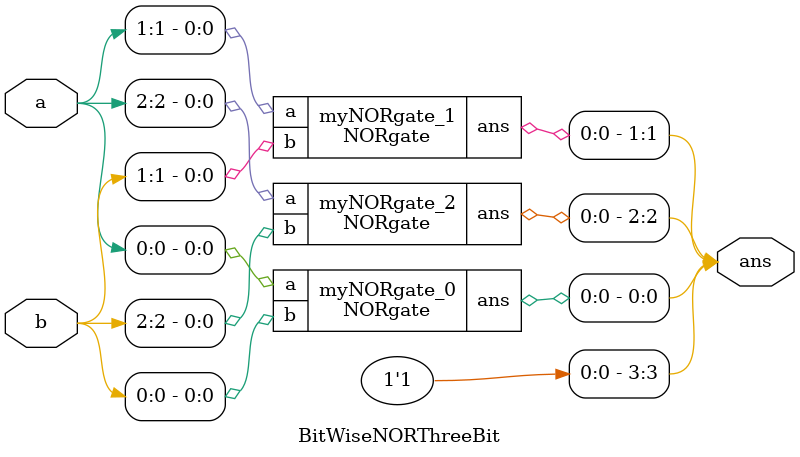
<source format=v>


// Top level stimulus module
// This module can be directly used in your design
module testbed;

	reg [2:0] A,B;
	reg load1,load2,run;
	wire [3:0] C; 
	reg [3:0] op_code;

	//A and B are the two 3-bit inputs coming from switches
	//C is the 3-bit output that comes from the accumulator once run is set to high
	//load1 is the load signal for operand 1 register
	//load2 is the load signal for operand 2 register
	//op_code selects the operator
		// op_code=4'b0000 - Addition
		// op_code=4'b0001 - Bitwise XOR
		// op_code=4'b0010 - Multiplication
		// op_code=4'b0011 - Shift Left
		// op_code=4'b0100 - Shift Right
		// op_code=4'b0101 - Bitwise AND
		// op_code=4'b0110 - Bitwise OR
		// op_code=4'b0111 - Bitwise NAND
		// op_code=4'b1000 - Bitwise NOR
		// op_code=4'b1001 - One bit shift left
		// op_code=4'b1010 - One bit shift right

	//you don't have to model switches or the LEDs in Verilog

	// Instatiation of the ALU module
	ALU mu_alu(C,A,B,load1,load2,op_code,run);

	initial
	begin

		//generate files needed to plot the waveform
		//you can plot the waveform generated after running the simulator by using gtkwave
		$dumpfile("wavedata.vcd");
	    $dumpvars(0,testbed);

		//You should simulate the ALU for the given inputs
		// Input 1: A=5, B=2
		// Input 2: A=2, B=5
		//You should add another test case of your own as well
		//Out of the given op_codes and $display statements, you should select only those
		//corresponging to your implementation and erase others
	
		//A = 5 and B = 2
		A=7'd5; B=3'd7; 
		

		#5 load1=1'b1;
		#5 load1=1'b0;
		#5 load2=1'b1;
		#5 load2=1'b0;



		#5 op_code=4'b0000;
		#5 run=1'b1;
		#5 run=1'b0;
		#500 $display("%d + %d = %d",A,B,C);
		#5 op_code=4'b0001;
		#5 run=1'b1;
		#5 run=1'b0;
		#500 $display("%b ^ %b = %b",A,B,C);
		#5 op_code=4'b0011; 
		#5 run=1'b1;
		#5 run=1'b0;
		#500 $display("%b << 2 = %b",A,C);
		#5 op_code=4'b0100; 
		#5 run=1'b1;
		#5 run=1'b0;
		#500 $display("%b >> 2 = %b",A,C);
		#5 op_code=4'b0101;
		#5 run=1'b1;
		#5 run=1'b0;
		#500 $display("%b & %b = %b",A,B,C);
		#5 op_code=4'b0110;
		#5 run=1'b1;
		#5 run=1'b0;
		#500 $display("%b | %b = %b",A,B,C);
		#5 op_code=4'b0111;
		#5 run=1'b1;
		#5 run=1'b0;
		#500 $display("%b ~& %b = %b",A,B,C);
		#5 op_code=4'b1000; 
		#5 run=1'b1;
		#5 run=1'b0;
		#500 $display("%b ~| %b = %b",A,B,C);
		#5 op_code=4'b1001; 
		#5 run=1'b1;
		#5 run=1'b0;
		#500 $display("%b << 1 = %b",A,C);
		#5 op_code=4'b1010; 
		#5 run=1'b1;
		#5 run=1'b0;
		#5000  $display("%b >> 1 = %b\n",A,C);
		
		//A = 2 and B = 5
		#5 A=3'd2; B=3'd2; 
		#5 load1=1'b1;
		#5 load1=1'b0;
		#5 load2=1'b1;
		#5 load2=1'b0;
		#5 op_code=4'b0000;
		#5 run=1'b1;
		#5 run=1'b0;
		#500  $display("%d + %d = %d",A,B,C);
		#5 op_code=4'b0001;
		#5 run=1'b1;
		#5 run=1'b0;
		#500 $display("%b ^ %b = %b",A,B,C);
		#5 op_code=4'b0011; 
		#5 run=1'b1;
		#5 run=1'b0;
		#500 $display("%b << 2 = %b",A,C);
		#5 op_code=4'b0100; 
		#5 run=1'b1;
		#5 run=1'b0;
		#500 $display("%b >> 2 = %b",A,C);
		#5 op_code=4'b0101;
		#5 run=1'b1;
		#5 run=1'b0;
		#500 $display("%b & %b = %b",A,B,C);
		#5 op_code=4'b0110;
		#5 run=1'b1;
		#5 run=1'b0;
		#500 $display("%b | %b = %b",A,B,C);
		#5 op_code=4'b0111;
		#5 run=1'b1;
		#5 run=1'b0;
		#500 $display("%b ~& %b = %b",A,B,C);
		#5 op_code=4'b1000; 
		#5 run=1'b1;
		#5 run=1'b0;
		#500 $display("%b ~| %b = %b",A,B,C);
		#5 op_code=4'b1001; 
		#5 run=1'b1;
		#5 run=1'b0;
		#500 $display("%b << 1 = %b",A,C);
		#5 op_code=4'b1010; 
		#5 run=1'b1;
		#5 run=1'b0;
		#5000 $display("%b >> 1 = %b\n",A,C);
		
		//Add your test case here.

		//A = 3 and B = 6
		A=7'd3; B=3'd6; 
		

		#5 load1=1'b1;
		#5 load1=1'b0;
		#5 load2=1'b1;
		#5 load2=1'b0;



		#5 op_code=4'b0000;
		#5 run=1'b1;
		#5 run=1'b0;
		#500 $display("%d + %d = %d",A,B,C);
		#5 op_code=4'b0001;
		#5 run=1'b1;
		#5 run=1'b0;
		#500 $display("%b ^ %b = %b",A,B,C);
		#5 op_code=4'b0011; 
		#5 run=1'b1;
		#5 run=1'b0;
		#500 $display("%b << 2 = %b",A,C);
		#5 op_code=4'b0100; 
		#5 run=1'b1;
		#5 run=1'b0;
		#500 $display("%b >> 2 = %b",A,C);
		#5 op_code=4'b0101;
		#5 run=1'b1;
		#5 run=1'b0;
		#500 $display("%b & %b = %b",A,B,C);
		#5 op_code=4'b0110;
		#5 run=1'b1;
		#5 run=1'b0;
		#500 $display("%b | %b = %b",A,B,C);
		#5 op_code=4'b0111;
		#5 run=1'b1;
		#5 run=1'b0;
		#500 $display("%b ~& %b = %b",A,B,C);
		#5 op_code=4'b1000; 
		#5 run=1'b1;
		#5 run=1'b0;
		#500 $display("%b ~| %b = %b",A,B,C);
		#5 op_code=4'b1001; 
		#5 run=1'b1;
		#5 run=1'b0;
		#500 $display("%b << 1 = %b",A,C);
		#5 op_code=4'b1010; 
		#5 run=1'b1;
		#5 run=1'b0;
		#5000  $display("%b >> 1 = %b\n",A,C);
		
		//A = 6 and B = 3
		#5 A=3'd6; B=3'd3; 
		#5 load1=1'b1;
		#5 load1=1'b0;
		#5 load2=1'b1;
		#5 load2=1'b0;
		#5 op_code=4'b0000;
		#5 run=1'b1;
		#5 run=1'b0;
		#500  $display("%d + %d = %d",A,B,C);
		#5 op_code=4'b0001;
		#5 run=1'b1;
		#5 run=1'b0;
		#500 $display("%b ^ %b = %b",A,B,C);
		#5 op_code=4'b0010; 
		#5 op_code=4'b0011; 
		#5 run=1'b1;
		#5 run=1'b0;
		#500 $display("%b << 2 = %b",A,C);
		#5 op_code=4'b0100; 
		#5 run=1'b1;
		#5 run=1'b0;
		#500 $display("%b >> 2 = %b",A,C);
		#5 op_code=4'b0101;
		#5 run=1'b1;
		#5 run=1'b0;
		#500 $display("%b & %b = %b",A,B,C);
		#5 op_code=4'b0110;
		#5 run=1'b1;
		#5 run=1'b0;
		#500 $display("%b | %b = %b",A,B,C);
		#5 op_code=4'b0111;
		#5 run=1'b1;
		#5 run=1'b0;
		#500 $display("%b ~& %b = %b",A,B,C);
		#5 op_code=4'b1000; 
		#5 run=1'b1;
		#5 run=1'b0;
		#500 $display("%b ~| %b = %b",A,B,C);
		#5 op_code=4'b1001; 
		#5 run=1'b1;
		#5 run=1'b0;
		#500 $display("%b << 1 = %b",A,C);
		#5 op_code=4'b1010; 
		#5 run=1'b1;
		#5 run=1'b0;
		#5000 $display("%b >> 1 = %b\n",A,C);
		
		$finish;	
		
	end

endmodule

module ALU(C,A,B,load1,load2,op_code,run);
	input [2:0] A;
	input [2:0] B;
	input load1;
	input load2;
	input [3:0] op_code;
	input run;
	output [3:0] C;

	wire [2:0] savedA;
	wire [2:0] savedB;
	wire [3:0] toStroreToC;
	ThreeBitRegister registerA(savedA,A,load1);
	ThreeBitRegister registerB(savedB,B,load1);



	wire [3:0] addition;
	wire [3:0] shiftRightOneBit;
	wire [3:0] shiftLeftOneBit;
	wire [3:0] bitWiseXOR;
	wire [3:0] bitWiseAND;
	wire [3:0] bitWiseOR;
	wire [3:0] bitWiseNAND;
	wire [3:0] bitWiseNOR;
	wire [3:0] shiftRightTwoBit;
	wire [3:0] shiftLeftTwoBit;

	FourBitFullAdder myFourBitFullAdder(addition,savedA,savedB);
	OneBitRightShiftRegister myOneBitShiftRightRegister(shiftRightOneBit,savedA,run);
	BitWiseXORThreeBit myBitWiseXORThreeBit(bitWiseXOR,savedA,savedB);
	BitWiseANDThreeBit myBitWiseANDThreeBit(bitWiseAND,savedA,savedB);
	BitWiseORThreeBit myBitWiseORThreeBit(bitWiseOR,savedA,savedB);
	BitWiseNANDThreeBit myBitWiseNANDThreeBit(bitWiseNAND,savedA,savedB);
	BitWiseNORThreeBit myBitWiseNORThreeBit(bitWiseNOR,savedA,savedB);
	OneBitLeftShiftRegister myOneBitLeftShiftRegister(shiftLeftOneBit,savedA,run);
	TwoBitRightShiftRegister myTwoBitRightShiftRegister(shiftRightTwoBit,savedA,run);
	TwoBitLeftShiftRegister myTwoBitLeftShiftRegister(shiftLeftTwoBit,savedA,run);


	MultiplexerTenOptionFourBit myMulti(toStroreToC,addition,bitWiseXOR,0,shiftLeftTwoBit,shiftRightTwoBit,bitWiseAND,bitWiseOR,bitWiseNAND,bitWiseNOR,shiftLeftOneBit,shiftRightOneBit,op_code);
	FourBitRegister registerC(C,toStroreToC , run);
endmodule



module XORgate(ans,a,b);
	output ans;
	input a,b;
	wire aNOT,bNOT,i,j;

	not(aNOT,a);
	not(bNOT,b);
	and(i,a,bNOT);
	and(j,aNOT,b);
	or(ans,i,j);
endmodule


module SR_latch(Q,NOT_Q,S,R,NOT_CLEAR);
	input S,R,NOT_CLEAR;
	output Q,NOT_Q;
	nand (Q,S,NOT_Q);
	nand (NOT_Q,R,Q,NOT_CLEAR);
endmodule



module D_latch(Q,D,Enable,NOT_CLEAR);
	input D,Enable,NOT_CLEAR;
	output Q;
	wire [5:0] i;//Intermediate wires

	not (i[0],D);
	nand (i[1],D,Enable);
	nand (i[2],i[0],Enable);
	
	SR_latch mySR_latch(i[3],i[4],i[1],i[2],NOT_CLEAR);

	assign Q=i[3];

endmodule



module D_flipFlop(Q,D,CLOCK,NOT_CLEAR);
	input D,NOT_CLEAR,CLOCK;
	output Q;
	wire [10:0] i;//Intermeidate wires

	D_latch master(i[0],D,CLOCK,NOT_CLEAR);
	not (i[1],CLOCK);
	D_latch slave(i[2],i[0],i[1],NOT_CLEAR);
	assign Q=i[2];

endmodule

module OneBitRegister(Q,D,CLOCK,CLEAR);
	input D,CLOCK,CLEAR;
	output Q;
	wire i;
	not(i,CLEAR);
	D_flipFlop myD_flipFlop(Q,D,CLOCK,i);
endmodule

module ThreeBitRegister(savedValue,inputValue,loadSignal);
	input [2:0] inputValue;
	input loadSignal;
	output [2:0] savedValue;
	wire i,NOT_SIGNAL;
	
	not(i,loadSignal);
	and(NOT_SIGNAL,i,loadSignal);

	OneBitRegister reg_1(savedValue[2],inputValue[2],loadSignal,NOT_SIGNAL);
	OneBitRegister reg_2(savedValue[1],inputValue[1],loadSignal,NOT_SIGNAL);
	OneBitRegister reg_3(savedValue[0],inputValue[0],loadSignal,NOT_SIGNAL);


endmodule

module FourBitRegister(savedValue,inputValue,loadSignal);
	output [3:0] savedValue;
	input loadSignal;
	input [3:0] inputValue;

	OneBitRegister reg_1(savedValue[3],inputValue[3],loadSignal,0);
	OneBitRegister reg_2(savedValue[2],inputValue[2],loadSignal,0);
	OneBitRegister reg_3(savedValue[1],inputValue[1],loadSignal,0);
	OneBitRegister reg_4(savedValue[0],inputValue[0],loadSignal,0);
endmodule

module T_flipFlop(Q,T,CLOCK,NOT_CLEAR);
	input T,CLOCK,NOT_CLEAR;
	output Q;
	wire i;
	D_flipFlop myD_flipFlop(Q,i,CLOCK,NOT_CLEAR);
	XORgate myXORgate(i,T,Q);

endmodule



module OneBitHalfAdder(carryOut,sum,a,b);
	output carryOut,sum;
	input a,b;

	and(carryOut,a,b);
	XORgate myXORgate(sum,a,b);

endmodule


module OneBitFullAdder(carryOut,sum,a,b,carryIn);
	output carryOut,sum;
	input a,b,carryIn;
	wire i,j,k;

	OneBitHalfAdder myOneBitHalfAdder_1(i,j,a,b);
	OneBitHalfAdder myOneBitHalfAdder_2(k,sum,carryIn,j);
	or(carryOut,k,i);

endmodule


module FourBitFullAdder(sum,a,b);
	input [2:0] a;
	input [2:0] b;
	output [3:0] sum;
	wire [1:0] i;

	OneBitFullAdder myOneBitFullAdder_0(i[0],sum[0],a[0],b[0],0);
	OneBitFullAdder myOneBitFullAdder_1(i[1],sum[1],a[1],b[1],i[0]);
	OneBitFullAdder myOneBitFullAdder_2(sum[3],sum[2],a[2],b[2],i[1]);
endmodule


module Multiplexer(answer,a,b,controlSignal);
	output answer;
	input a,b,controlSignal;
	wire controlSignalInverted,a_,b_;
	not(controlSignalInverted,controlSignal);
	and(a_,a,controlSignalInverted);
	and(b_,b,controlSignal);
	or(answer,a_,b_);

endmodule


module MultiplexerElevelOption(answer,inLine,controlSignal);
	output answer;
	input [10:0] inLine;
	input [3:0] controlSignal;
	wire [3:0] controlSignalInverted;
	wire [10:0] i;

	not(controlSignalInverted[0],controlSignal[0]);
	not(controlSignalInverted[1],controlSignal[1]);
	not(controlSignalInverted[2],controlSignal[2]);
	not(controlSignalInverted[3],controlSignal[3]);

	and(i[0],inLine[0],controlSignalInverted[3],controlSignalInverted[2],controlSignalInverted[1],controlSignalInverted[0]);
	and(i[1],inLine[1],controlSignalInverted[3],controlSignalInverted[2],controlSignalInverted[1],controlSignal[0]);
	and(i[2],inLine[2],controlSignalInverted[3],controlSignalInverted[2],controlSignal[1],controlSignalInverted[0]);
	and(i[3],inLine[3],controlSignalInverted[3],controlSignalInverted[2],controlSignal[1],controlSignal[0]);
	and(i[4],inLine[4],controlSignalInverted[3],controlSignal[2],controlSignalInverted[1],controlSignalInverted[0]);
	and(i[5],inLine[5],controlSignalInverted[3],controlSignal[2],controlSignalInverted[1],controlSignal[0]);
	and(i[6],inLine[6],controlSignalInverted[3],controlSignal[2],controlSignal[1],controlSignalInverted[0]);
	and(i[7],inLine[6],controlSignalInverted[3],controlSignal[2],controlSignal[1],controlSignal[0]);
	and(i[8],inLine[8],controlSignal[3],controlSignalInverted[2],controlSignalInverted[1],controlSignalInverted[0]);
	and(i[9],inLine[9],controlSignal[3],controlSignalInverted[2],controlSignalInverted[1],controlSignal[0]);
	and(i[10],inLine[10],controlSignal[3],controlSignalInverted[2],controlSignal[1],controlSignalInverted[0]);


	or(answer,i[0],i[1],i[2],i[3],i[4],i[5],i[6],i[7],i[8],i[9],i[10]);

endmodule


module MultiplexerTenOptionFourBit(answer,addition,bitwiseXOR,multiplication,shiftLeftTwoBit,shiftRightTwoBit,bitwiseAND,bitwiseOR,bitwiseNAND,bitwiseNOR,shiftLeftOneBit,shiftRightOneBit,controlSignal);
	output [3:0] answer;
	input [3:0] controlSignal;
	input [3:0] addition;
	input [3:0] bitwiseXOR;
	input [3:0] multiplication;
	input [3:0] shiftLeftTwoBit;
	input [3:0] shiftRightTwoBit;
	input [3:0] bitwiseAND;
	input [3:0] bitwiseOR;
	input [3:0] bitwiseNAND;
	input [3:0] bitwiseNOR;
	input [3:0] shiftLeftOneBit;
	input [3:0] shiftRightOneBit;



	wire [10:0] inLine_0;
	wire [10:0] inLine_1;
	wire [10:0] inLine_2;
	wire [10:0] inLine_3;

	assign inLine_0[0]=addition[0];
	assign inLine_0[1]=bitwiseXOR[0];
	assign inLine_0[2]=multiplication[0];
	assign inLine_0[3]=shiftLeftTwoBit[0];
	assign inLine_0[4]=shiftRightTwoBit[0];
	assign inLine_0[5]=bitwiseAND[0];
	assign inLine_0[6]=bitwiseOR[0];
	assign inLine_0[7]=bitwiseNAND[0];
	assign inLine_0[8]=bitwiseNOR[0];
	assign inLine_0[9]=shiftLeftOneBit[0];
	assign inLine_0[10]=shiftRightOneBit[0];

	assign inLine_1[0]=addition[1];
	assign inLine_1[1]=bitwiseXOR[1];
	assign inLine_1[2]=multiplication[1];
	assign inLine_1[3]=shiftLeftTwoBit[1];
	assign inLine_1[4]=shiftRightTwoBit[1];
	assign inLine_1[5]=bitwiseAND[1];
	assign inLine_1[6]=bitwiseOR[1];
	assign inLine_1[7]=bitwiseNAND[1];
	assign inLine_1[8]=bitwiseNOR[1];
	assign inLine_1[9]=shiftLeftOneBit[1];
	assign inLine_1[10]=shiftRightOneBit[1];


	assign inLine_2[0]=addition[2];
	assign inLine_2[1]=bitwiseXOR[2];
	assign inLine_2[2]=multiplication[2];
	assign inLine_2[3]=shiftLeftTwoBit[2];
	assign inLine_2[4]=shiftRightTwoBit[2];
	assign inLine_2[5]=bitwiseAND[2];
	assign inLine_2[6]=bitwiseOR[2];
	assign inLine_2[7]=bitwiseNAND[2];
	assign inLine_2[8]=bitwiseNOR[2];
	assign inLine_2[9]=shiftLeftOneBit[2];
	assign inLine_2[10]=shiftRightOneBit[2];

	assign inLine_3[0]=addition[3];
	assign inLine_3[1]=bitwiseXOR[3];
	assign inLine_3[2]=multiplication[3];
	assign inLine_3[3]=shiftLeftTwoBit[3];
	assign inLine_3[4]=shiftRightTwoBit[3];
	assign inLine_3[5]=bitwiseAND[3];
	assign inLine_3[6]=bitwiseOR[3];
	assign inLine_3[7]=bitwiseNAND[3];
	assign inLine_3[8]=bitwiseNOR[3];
	assign inLine_3[9]=shiftLeftOneBit[3];
	assign inLine_3[10]=shiftRightOneBit[3];


	MultiplexerElevelOption myMultiplexerElevenOption_0(answer[0],inLine_0,controlSignal);
	MultiplexerElevelOption myMultiplexerElevenOption_1(answer[1],inLine_1,controlSignal);
	MultiplexerElevelOption myMultiplexerElevenOption_2(answer[2],inLine_2,controlSignal);
	MultiplexerElevelOption myMultiplexerElevenOption_3(answer[3],inLine_3,controlSignal);


endmodule

module Decoder(answer,controlSignal,active);
		output [3:0] answer;
		input [1:0] controlSignal;
		input active;
		wire [10:0] invertedControlSignal;

		not(invertedControlSignal[0],controlSignal[0]);
		not(invertedControlSignal[1],controlSignal[1]);
		and(answer[0],invertedControlSignal[0],invertedControlSignal[1],active);
		and(answer[1],controlSignal[0],invertedControlSignal[1],active);
		and(answer[2],invertedControlSignal[0],controlSignal[1],active);
		and(answer[3],controlSignal[0],controlSignal[1],active);

endmodule

module TwoBitRightShiftRegister(answer,data,CLOCK);
	output [3:0] answer;
	input [2:0] data;
	input CLOCK;
	reg CLOCK_2;
	reg  CLOCK_3;
	wire [3:0] decoded;
	wire [3:0] i;



	Multiplexer myMultiplexer_0(i[0],data[0],answer[1],CLOCK_2);
	Multiplexer myMultiplexer_1(i[1],data[1],answer[2],CLOCK_2);
	Multiplexer myMultiplexer_2(i[2],data[2],0,CLOCK_2);
	Multiplexer myMultiplexer_3(i[3],0,0,CLOCK_2);



	OneBitRegister myOneBitRegister_0(answer[0],i[0],CLOCK_3,1'b0);
	OneBitRegister myOneBitRegister_1(answer[1],i[1],CLOCK_3,1'b0);
	OneBitRegister myOneBitRegister_2(answer[2],i[2],CLOCK_3,1'b0);
	OneBitRegister myOneBitRegister_3(answer[3],i[3],CLOCK_3,1'b1);


	always @(posedge CLOCK)
	begin
		CLOCK_2=1'b0;
		CLOCK_3=1'b0;
		#5 CLOCK_3=1'b1;
		#5 CLOCK_2=1'b1;
		CLOCK_3=1'b0;
		#5 CLOCK_3=1'b1;
		#5 CLOCK_3=1'b0;
		#5 CLOCK_3=1'b1;

	end

endmodule


module OneBitRightShiftRegister(answer,data,CLOCK);
	output [3:0] answer;
	input [2:0] data;
	input CLOCK;
	reg CLOCK_2;
	reg  CLOCK_3;
	wire [3:0] decoded;
	wire [3:0] i;



	Multiplexer myMultiplexer_0(i[0],data[0],answer[1],CLOCK_2);
	Multiplexer myMultiplexer_1(i[1],data[1],answer[2],CLOCK_2);
	Multiplexer myMultiplexer_2(i[2],data[2],0,CLOCK_2);
	Multiplexer myMultiplexer_3(i[3],0,0,CLOCK_2);



	OneBitRegister myOneBitRegister_0(answer[0],i[0],CLOCK_3,1'b0);
	OneBitRegister myOneBitRegister_1(answer[1],i[1],CLOCK_3,1'b0);
	OneBitRegister myOneBitRegister_2(answer[2],i[2],CLOCK_3,1'b0);
	OneBitRegister myOneBitRegister_3(answer[3],i[3],CLOCK_3,1'b1);


	always @(posedge CLOCK)
	begin
		CLOCK_2=1'b0;
		CLOCK_3=1'b0;
		#5 CLOCK_3=1'b1;
		#5 CLOCK_2=1'b1;
		CLOCK_3=1'b0;
		#5 CLOCK_3=1'b1;

	end


endmodule


module OneBitLeftShiftRegister(answer,data,CLOCK);
	output [3:0] answer;
	input [2:0] data;
	input CLOCK;
	reg CLOCK_2;
	reg  CLOCK_3;
	wire [3:0] decoded;
	wire [3:0] i;



	Multiplexer myMultiplexer_0(i[0],data[0],1'b0,CLOCK_2);
	Multiplexer myMultiplexer_1(i[1],data[1],answer[0],CLOCK_2);
	Multiplexer myMultiplexer_2(i[2],data[2],answer[1],CLOCK_2);
	Multiplexer myMultiplexer_3(i[3],0,answer[2],CLOCK_2);



	OneBitRegister myOneBitRegister_0(answer[0],i[0],CLOCK_3,1'b0);
	OneBitRegister myOneBitRegister_1(answer[1],i[1],CLOCK_3,1'b0);
	OneBitRegister myOneBitRegister_2(answer[2],i[2],CLOCK_3,1'b0);
	OneBitRegister myOneBitRegister_3(answer[3],i[3],CLOCK_3,1'b0);


	always @(posedge CLOCK)
	begin
		CLOCK_2=1'b0;
		CLOCK_3=1'b0;
		#5 CLOCK_3=1'b1;
		#5 CLOCK_2=1'b1;
		CLOCK_3=1'b0;
		#5 CLOCK_3=1'b1;

	end


endmodule

module TwoBitLeftShiftRegister(answer,data,CLOCK);
	output [3:0] answer;
	input [2:0] data;
	input CLOCK;
	reg CLOCK_2;
	reg  CLOCK_3;
	wire [3:0] decoded;
	wire [3:0] i;



	Multiplexer myMultiplexer_0(i[0],data[0],1'b0,CLOCK_2);
	Multiplexer myMultiplexer_1(i[1],data[1],answer[0],CLOCK_2);
	Multiplexer myMultiplexer_2(i[2],data[2],answer[1],CLOCK_2);
	Multiplexer myMultiplexer_3(i[3],0,answer[2],CLOCK_2);



	OneBitRegister myOneBitRegister_0(answer[0],i[0],CLOCK_3,1'b0);
	OneBitRegister myOneBitRegister_1(answer[1],i[1],CLOCK_3,1'b0);
	OneBitRegister myOneBitRegister_2(answer[2],i[2],CLOCK_3,1'b0);
	OneBitRegister myOneBitRegister_3(answer[3],i[3],CLOCK_3,1'b0);


	always @(posedge CLOCK)
	begin
		CLOCK_2=1'b0;
		CLOCK_3=1'b0;
		#5 CLOCK_3=1'b1;
		#5 CLOCK_2=1'b1;
		CLOCK_3=1'b0;
		#5 CLOCK_3=1'b1;
		#5 CLOCK_3=1'b0;
		#5 CLOCK_3=1'b1;

	end


endmodule

module BitWiseXORThreeBit(ans,a,b);
	output [3:0] ans;
	input [2:0] a;
	input [2:0] b;

	 XORgate myXORgate_0(ans[0],a[0],b[0]);
	 XORgate myXORgate_1(ans[1],a[1],b[1]);
	 XORgate myXORgate_2(ans[2],a[2],b[2]);
	 assign ans[3] =1'b0 ;

endmodule


module BitWiseANDThreeBit(ans,a,b);
	output [3:0] ans;
	input [2:0] a;
	input [2:0] b;

	and(ans[0],a[0],b[0]);
	and(ans[1],a[1],b[1]);
	and(ans[2],a[2],b[2]);
	assign ans[3] =1'b0 ;

endmodule



module BitWiseORThreeBit(ans,a,b);
	output [3:0] ans;
	input [2:0] a;
	input [2:0] b;

	or(ans[0],a[0],b[0]);
	or(ans[1],a[1],b[1]);
	or(ans[2],a[2],b[2]);
	assign ans[3] =1'b0 ;

endmodule

module NANDgate(ans,a,b);
	output ans;
	input a,b;
	wire i;
	and(i,a,b);
	not(ans,i);
endmodule

module NORgate(ans,a,b);
	output ans;
	input a,b;
	wire i;
	or(i,a,b);
	not(ans,i);
endmodule


module BitWiseNANDThreeBit(ans,a,b);
	output [3:0] ans;
	input [2:0] a;
	input [2:0] b;

	NANDgate myNANDgate_0(ans[0],a[0],b[0]);
	NANDgate myNANDgate_1(ans[1],a[1],b[1]);
	NANDgate myNANDgate_2(ans[2],a[2],b[2]);
	assign ans[3]=1'b1;
endmodule

module BitWiseNORThreeBit(ans,a,b);
	output [3:0] ans;
	input [2:0] a;
	input [2:0] b;

	NORgate myNORgate_0(ans[0],a[0],b[0]);
	NORgate myNORgate_1(ans[1],a[1],b[1]);
	NORgate myNORgate_2(ans[2],a[2],b[2]);
	assign ans[3]=1'b1;
endmodule
</source>
